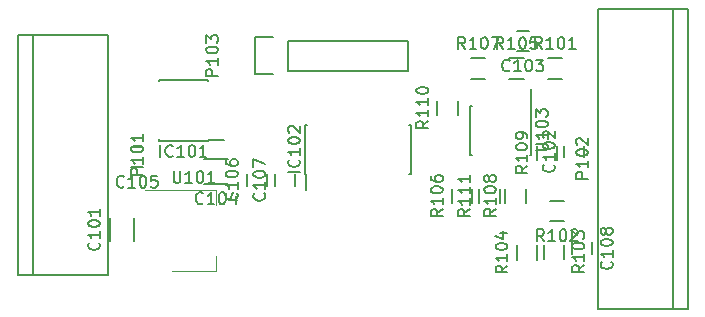
<source format=gbr>
G04 #@! TF.FileFunction,Legend,Top*
%FSLAX46Y46*%
G04 Gerber Fmt 4.6, Leading zero omitted, Abs format (unit mm)*
G04 Created by KiCad (PCBNEW 4.0.6) date Thursday, 09 June 2022 'PMt' 12:22:57*
%MOMM*%
%LPD*%
G01*
G04 APERTURE LIST*
%ADD10C,0.100000*%
%ADD11C,0.150000*%
%ADD12C,0.120000*%
G04 APERTURE END LIST*
D10*
D11*
X22520000Y20860000D02*
X20970000Y20860000D01*
X20970000Y20860000D02*
X20970000Y23960000D01*
X20970000Y23960000D02*
X22520000Y23960000D01*
X23790000Y23680000D02*
X33950000Y23680000D01*
X33950000Y23680000D02*
X33950000Y21140000D01*
X33950000Y21140000D02*
X23790000Y21140000D01*
X23790000Y23680000D02*
X23790000Y21140000D01*
X8695000Y8710000D02*
X8695000Y6710000D01*
X10745000Y6710000D02*
X10745000Y8710000D01*
X10520000Y12960000D02*
X11520000Y12960000D01*
X11520000Y14660000D02*
X10520000Y14660000D01*
X20330000Y12410000D02*
X20330000Y11410000D01*
X22030000Y11410000D02*
X22030000Y12410000D01*
X22670000Y12390000D02*
X22670000Y11390000D01*
X24370000Y11390000D02*
X24370000Y12390000D01*
X49570000Y5610000D02*
X49570000Y6610000D01*
X47870000Y6610000D02*
X47870000Y5610000D01*
X16995000Y15235000D02*
X16995000Y15285000D01*
X12845000Y15235000D02*
X12845000Y15380000D01*
X12845000Y20385000D02*
X12845000Y20240000D01*
X16995000Y20385000D02*
X16995000Y20240000D01*
X16995000Y15235000D02*
X12845000Y15235000D01*
X16995000Y20385000D02*
X12845000Y20385000D01*
X16995000Y15285000D02*
X18395000Y15285000D01*
X8530000Y24170000D02*
X910000Y24170000D01*
X910000Y3850000D02*
X8530000Y3850000D01*
X2180000Y3850000D02*
X2180000Y24170000D01*
X8530000Y24170000D02*
X8530000Y3850000D01*
X910000Y24170000D02*
X910000Y3850000D01*
X45990000Y10145000D02*
X47190000Y10145000D01*
X47190000Y8395000D02*
X45990000Y8395000D01*
X45445000Y5210000D02*
X45445000Y6410000D01*
X47195000Y6410000D02*
X47195000Y5210000D01*
X44895000Y6360000D02*
X44895000Y5160000D01*
X43145000Y5160000D02*
X43145000Y6360000D01*
X39405000Y11160000D02*
X39405000Y9960000D01*
X37655000Y9960000D02*
X37655000Y11160000D01*
X43935000Y11170000D02*
X43935000Y9970000D01*
X42185000Y9970000D02*
X42185000Y11170000D01*
X46595000Y14810000D02*
X46595000Y13610000D01*
X44845000Y13610000D02*
X44845000Y14810000D01*
X38195000Y18610000D02*
X38195000Y17410000D01*
X36445000Y17410000D02*
X36445000Y18610000D01*
D12*
X17730000Y4200000D02*
X17730000Y5460000D01*
X17730000Y11020000D02*
X17730000Y9760000D01*
X13970000Y4200000D02*
X17730000Y4200000D01*
X11720000Y11020000D02*
X17730000Y11020000D01*
D11*
X44395000Y18185000D02*
X44345000Y18185000D01*
X44395000Y14035000D02*
X44250000Y14035000D01*
X39245000Y14035000D02*
X39390000Y14035000D01*
X39245000Y18185000D02*
X39390000Y18185000D01*
X44395000Y18185000D02*
X44395000Y14035000D01*
X39245000Y18185000D02*
X39245000Y14035000D01*
X44345000Y18185000D02*
X44345000Y19585000D01*
X25270000Y12435000D02*
X25295000Y12435000D01*
X25270000Y16585000D02*
X25385000Y16585000D01*
X34170000Y16585000D02*
X34055000Y16585000D01*
X34170000Y12435000D02*
X34055000Y12435000D01*
X25270000Y12435000D02*
X25270000Y16585000D01*
X34170000Y12435000D02*
X34170000Y16585000D01*
X25295000Y12435000D02*
X25295000Y11060000D01*
X57630000Y1010000D02*
X57630000Y26410000D01*
X56360000Y1010000D02*
X56360000Y26410000D01*
X50010000Y1010000D02*
X50010000Y26410000D01*
X50010000Y26410000D02*
X57630000Y26410000D01*
X50010000Y1010000D02*
X57630000Y1010000D01*
X16720000Y11585000D02*
X18720000Y11585000D01*
X18720000Y13635000D02*
X16720000Y13635000D01*
X47170000Y14810000D02*
X47170000Y13810000D01*
X48870000Y13810000D02*
X48870000Y14810000D01*
X47020000Y20475000D02*
X45820000Y20475000D01*
X45820000Y22225000D02*
X47020000Y22225000D01*
X43750000Y20475000D02*
X42550000Y20475000D01*
X42550000Y22225000D02*
X43750000Y22225000D01*
X40510000Y20475000D02*
X39310000Y20475000D01*
X39310000Y22225000D02*
X40510000Y22225000D01*
X41725000Y11150000D02*
X41725000Y9950000D01*
X39975000Y9950000D02*
X39975000Y11150000D01*
X43180000Y22790000D02*
X44180000Y22790000D01*
X44180000Y24490000D02*
X43180000Y24490000D01*
X17872381Y20719524D02*
X16872381Y20719524D01*
X16872381Y21100477D01*
X16920000Y21195715D01*
X16967619Y21243334D01*
X17062857Y21290953D01*
X17205714Y21290953D01*
X17300952Y21243334D01*
X17348571Y21195715D01*
X17396190Y21100477D01*
X17396190Y20719524D01*
X17872381Y22243334D02*
X17872381Y21671905D01*
X17872381Y21957619D02*
X16872381Y21957619D01*
X17015238Y21862381D01*
X17110476Y21767143D01*
X17158095Y21671905D01*
X16872381Y22862381D02*
X16872381Y22957620D01*
X16920000Y23052858D01*
X16967619Y23100477D01*
X17062857Y23148096D01*
X17253333Y23195715D01*
X17491429Y23195715D01*
X17681905Y23148096D01*
X17777143Y23100477D01*
X17824762Y23052858D01*
X17872381Y22957620D01*
X17872381Y22862381D01*
X17824762Y22767143D01*
X17777143Y22719524D01*
X17681905Y22671905D01*
X17491429Y22624286D01*
X17253333Y22624286D01*
X17062857Y22671905D01*
X16967619Y22719524D01*
X16920000Y22767143D01*
X16872381Y22862381D01*
X16872381Y23529048D02*
X16872381Y24148096D01*
X17253333Y23814762D01*
X17253333Y23957620D01*
X17300952Y24052858D01*
X17348571Y24100477D01*
X17443810Y24148096D01*
X17681905Y24148096D01*
X17777143Y24100477D01*
X17824762Y24052858D01*
X17872381Y23957620D01*
X17872381Y23671905D01*
X17824762Y23576667D01*
X17777143Y23529048D01*
X7777143Y6590953D02*
X7824762Y6543334D01*
X7872381Y6400477D01*
X7872381Y6305239D01*
X7824762Y6162381D01*
X7729524Y6067143D01*
X7634286Y6019524D01*
X7443810Y5971905D01*
X7300952Y5971905D01*
X7110476Y6019524D01*
X7015238Y6067143D01*
X6920000Y6162381D01*
X6872381Y6305239D01*
X6872381Y6400477D01*
X6920000Y6543334D01*
X6967619Y6590953D01*
X7872381Y7543334D02*
X7872381Y6971905D01*
X7872381Y7257619D02*
X6872381Y7257619D01*
X7015238Y7162381D01*
X7110476Y7067143D01*
X7158095Y6971905D01*
X6872381Y8162381D02*
X6872381Y8257620D01*
X6920000Y8352858D01*
X6967619Y8400477D01*
X7062857Y8448096D01*
X7253333Y8495715D01*
X7491429Y8495715D01*
X7681905Y8448096D01*
X7777143Y8400477D01*
X7824762Y8352858D01*
X7872381Y8257620D01*
X7872381Y8162381D01*
X7824762Y8067143D01*
X7777143Y8019524D01*
X7681905Y7971905D01*
X7491429Y7924286D01*
X7253333Y7924286D01*
X7062857Y7971905D01*
X6967619Y8019524D01*
X6920000Y8067143D01*
X6872381Y8162381D01*
X7872381Y9448096D02*
X7872381Y8876667D01*
X7872381Y9162381D02*
X6872381Y9162381D01*
X7015238Y9067143D01*
X7110476Y8971905D01*
X7158095Y8876667D01*
X9900953Y11352857D02*
X9853334Y11305238D01*
X9710477Y11257619D01*
X9615239Y11257619D01*
X9472381Y11305238D01*
X9377143Y11400476D01*
X9329524Y11495714D01*
X9281905Y11686190D01*
X9281905Y11829048D01*
X9329524Y12019524D01*
X9377143Y12114762D01*
X9472381Y12210000D01*
X9615239Y12257619D01*
X9710477Y12257619D01*
X9853334Y12210000D01*
X9900953Y12162381D01*
X10853334Y11257619D02*
X10281905Y11257619D01*
X10567619Y11257619D02*
X10567619Y12257619D01*
X10472381Y12114762D01*
X10377143Y12019524D01*
X10281905Y11971905D01*
X11472381Y12257619D02*
X11567620Y12257619D01*
X11662858Y12210000D01*
X11710477Y12162381D01*
X11758096Y12067143D01*
X11805715Y11876667D01*
X11805715Y11638571D01*
X11758096Y11448095D01*
X11710477Y11352857D01*
X11662858Y11305238D01*
X11567620Y11257619D01*
X11472381Y11257619D01*
X11377143Y11305238D01*
X11329524Y11352857D01*
X11281905Y11448095D01*
X11234286Y11638571D01*
X11234286Y11876667D01*
X11281905Y12067143D01*
X11329524Y12162381D01*
X11377143Y12210000D01*
X11472381Y12257619D01*
X12710477Y12257619D02*
X12234286Y12257619D01*
X12186667Y11781429D01*
X12234286Y11829048D01*
X12329524Y11876667D01*
X12567620Y11876667D01*
X12662858Y11829048D01*
X12710477Y11781429D01*
X12758096Y11686190D01*
X12758096Y11448095D01*
X12710477Y11352857D01*
X12662858Y11305238D01*
X12567620Y11257619D01*
X12329524Y11257619D01*
X12234286Y11305238D01*
X12186667Y11352857D01*
X19437143Y10790953D02*
X19484762Y10743334D01*
X19532381Y10600477D01*
X19532381Y10505239D01*
X19484762Y10362381D01*
X19389524Y10267143D01*
X19294286Y10219524D01*
X19103810Y10171905D01*
X18960952Y10171905D01*
X18770476Y10219524D01*
X18675238Y10267143D01*
X18580000Y10362381D01*
X18532381Y10505239D01*
X18532381Y10600477D01*
X18580000Y10743334D01*
X18627619Y10790953D01*
X19532381Y11743334D02*
X19532381Y11171905D01*
X19532381Y11457619D02*
X18532381Y11457619D01*
X18675238Y11362381D01*
X18770476Y11267143D01*
X18818095Y11171905D01*
X18532381Y12362381D02*
X18532381Y12457620D01*
X18580000Y12552858D01*
X18627619Y12600477D01*
X18722857Y12648096D01*
X18913333Y12695715D01*
X19151429Y12695715D01*
X19341905Y12648096D01*
X19437143Y12600477D01*
X19484762Y12552858D01*
X19532381Y12457620D01*
X19532381Y12362381D01*
X19484762Y12267143D01*
X19437143Y12219524D01*
X19341905Y12171905D01*
X19151429Y12124286D01*
X18913333Y12124286D01*
X18722857Y12171905D01*
X18627619Y12219524D01*
X18580000Y12267143D01*
X18532381Y12362381D01*
X18532381Y13552858D02*
X18532381Y13362381D01*
X18580000Y13267143D01*
X18627619Y13219524D01*
X18770476Y13124286D01*
X18960952Y13076667D01*
X19341905Y13076667D01*
X19437143Y13124286D01*
X19484762Y13171905D01*
X19532381Y13267143D01*
X19532381Y13457620D01*
X19484762Y13552858D01*
X19437143Y13600477D01*
X19341905Y13648096D01*
X19103810Y13648096D01*
X19008571Y13600477D01*
X18960952Y13552858D01*
X18913333Y13457620D01*
X18913333Y13267143D01*
X18960952Y13171905D01*
X19008571Y13124286D01*
X19103810Y13076667D01*
X21777143Y10770953D02*
X21824762Y10723334D01*
X21872381Y10580477D01*
X21872381Y10485239D01*
X21824762Y10342381D01*
X21729524Y10247143D01*
X21634286Y10199524D01*
X21443810Y10151905D01*
X21300952Y10151905D01*
X21110476Y10199524D01*
X21015238Y10247143D01*
X20920000Y10342381D01*
X20872381Y10485239D01*
X20872381Y10580477D01*
X20920000Y10723334D01*
X20967619Y10770953D01*
X21872381Y11723334D02*
X21872381Y11151905D01*
X21872381Y11437619D02*
X20872381Y11437619D01*
X21015238Y11342381D01*
X21110476Y11247143D01*
X21158095Y11151905D01*
X20872381Y12342381D02*
X20872381Y12437620D01*
X20920000Y12532858D01*
X20967619Y12580477D01*
X21062857Y12628096D01*
X21253333Y12675715D01*
X21491429Y12675715D01*
X21681905Y12628096D01*
X21777143Y12580477D01*
X21824762Y12532858D01*
X21872381Y12437620D01*
X21872381Y12342381D01*
X21824762Y12247143D01*
X21777143Y12199524D01*
X21681905Y12151905D01*
X21491429Y12104286D01*
X21253333Y12104286D01*
X21062857Y12151905D01*
X20967619Y12199524D01*
X20920000Y12247143D01*
X20872381Y12342381D01*
X20872381Y13009048D02*
X20872381Y13675715D01*
X21872381Y13247143D01*
X51177143Y4990953D02*
X51224762Y4943334D01*
X51272381Y4800477D01*
X51272381Y4705239D01*
X51224762Y4562381D01*
X51129524Y4467143D01*
X51034286Y4419524D01*
X50843810Y4371905D01*
X50700952Y4371905D01*
X50510476Y4419524D01*
X50415238Y4467143D01*
X50320000Y4562381D01*
X50272381Y4705239D01*
X50272381Y4800477D01*
X50320000Y4943334D01*
X50367619Y4990953D01*
X51272381Y5943334D02*
X51272381Y5371905D01*
X51272381Y5657619D02*
X50272381Y5657619D01*
X50415238Y5562381D01*
X50510476Y5467143D01*
X50558095Y5371905D01*
X50272381Y6562381D02*
X50272381Y6657620D01*
X50320000Y6752858D01*
X50367619Y6800477D01*
X50462857Y6848096D01*
X50653333Y6895715D01*
X50891429Y6895715D01*
X51081905Y6848096D01*
X51177143Y6800477D01*
X51224762Y6752858D01*
X51272381Y6657620D01*
X51272381Y6562381D01*
X51224762Y6467143D01*
X51177143Y6419524D01*
X51081905Y6371905D01*
X50891429Y6324286D01*
X50653333Y6324286D01*
X50462857Y6371905D01*
X50367619Y6419524D01*
X50320000Y6467143D01*
X50272381Y6562381D01*
X50700952Y7467143D02*
X50653333Y7371905D01*
X50605714Y7324286D01*
X50510476Y7276667D01*
X50462857Y7276667D01*
X50367619Y7324286D01*
X50320000Y7371905D01*
X50272381Y7467143D01*
X50272381Y7657620D01*
X50320000Y7752858D01*
X50367619Y7800477D01*
X50462857Y7848096D01*
X50510476Y7848096D01*
X50605714Y7800477D01*
X50653333Y7752858D01*
X50700952Y7657620D01*
X50700952Y7467143D01*
X50748571Y7371905D01*
X50796190Y7324286D01*
X50891429Y7276667D01*
X51081905Y7276667D01*
X51177143Y7324286D01*
X51224762Y7371905D01*
X51272381Y7467143D01*
X51272381Y7657620D01*
X51224762Y7752858D01*
X51177143Y7800477D01*
X51081905Y7848096D01*
X50891429Y7848096D01*
X50796190Y7800477D01*
X50748571Y7752858D01*
X50700952Y7657620D01*
X12991429Y13857619D02*
X12991429Y14857619D01*
X14039048Y13952857D02*
X13991429Y13905238D01*
X13848572Y13857619D01*
X13753334Y13857619D01*
X13610476Y13905238D01*
X13515238Y14000476D01*
X13467619Y14095714D01*
X13420000Y14286190D01*
X13420000Y14429048D01*
X13467619Y14619524D01*
X13515238Y14714762D01*
X13610476Y14810000D01*
X13753334Y14857619D01*
X13848572Y14857619D01*
X13991429Y14810000D01*
X14039048Y14762381D01*
X14991429Y13857619D02*
X14420000Y13857619D01*
X14705714Y13857619D02*
X14705714Y14857619D01*
X14610476Y14714762D01*
X14515238Y14619524D01*
X14420000Y14571905D01*
X15610476Y14857619D02*
X15705715Y14857619D01*
X15800953Y14810000D01*
X15848572Y14762381D01*
X15896191Y14667143D01*
X15943810Y14476667D01*
X15943810Y14238571D01*
X15896191Y14048095D01*
X15848572Y13952857D01*
X15800953Y13905238D01*
X15705715Y13857619D01*
X15610476Y13857619D01*
X15515238Y13905238D01*
X15467619Y13952857D01*
X15420000Y14048095D01*
X15372381Y14238571D01*
X15372381Y14476667D01*
X15420000Y14667143D01*
X15467619Y14762381D01*
X15515238Y14810000D01*
X15610476Y14857619D01*
X16896191Y13857619D02*
X16324762Y13857619D01*
X16610476Y13857619D02*
X16610476Y14857619D01*
X16515238Y14714762D01*
X16420000Y14619524D01*
X16324762Y14571905D01*
X11522381Y12319524D02*
X10522381Y12319524D01*
X10522381Y12700477D01*
X10570000Y12795715D01*
X10617619Y12843334D01*
X10712857Y12890953D01*
X10855714Y12890953D01*
X10950952Y12843334D01*
X10998571Y12795715D01*
X11046190Y12700477D01*
X11046190Y12319524D01*
X11522381Y13843334D02*
X11522381Y13271905D01*
X11522381Y13557619D02*
X10522381Y13557619D01*
X10665238Y13462381D01*
X10760476Y13367143D01*
X10808095Y13271905D01*
X10522381Y14462381D02*
X10522381Y14557620D01*
X10570000Y14652858D01*
X10617619Y14700477D01*
X10712857Y14748096D01*
X10903333Y14795715D01*
X11141429Y14795715D01*
X11331905Y14748096D01*
X11427143Y14700477D01*
X11474762Y14652858D01*
X11522381Y14557620D01*
X11522381Y14462381D01*
X11474762Y14367143D01*
X11427143Y14319524D01*
X11331905Y14271905D01*
X11141429Y14224286D01*
X10903333Y14224286D01*
X10712857Y14271905D01*
X10617619Y14319524D01*
X10570000Y14367143D01*
X10522381Y14462381D01*
X11522381Y15748096D02*
X11522381Y15176667D01*
X11522381Y15462381D02*
X10522381Y15462381D01*
X10665238Y15367143D01*
X10760476Y15271905D01*
X10808095Y15176667D01*
X45470953Y6717619D02*
X45137619Y7193810D01*
X44899524Y6717619D02*
X44899524Y7717619D01*
X45280477Y7717619D01*
X45375715Y7670000D01*
X45423334Y7622381D01*
X45470953Y7527143D01*
X45470953Y7384286D01*
X45423334Y7289048D01*
X45375715Y7241429D01*
X45280477Y7193810D01*
X44899524Y7193810D01*
X46423334Y6717619D02*
X45851905Y6717619D01*
X46137619Y6717619D02*
X46137619Y7717619D01*
X46042381Y7574762D01*
X45947143Y7479524D01*
X45851905Y7431905D01*
X47042381Y7717619D02*
X47137620Y7717619D01*
X47232858Y7670000D01*
X47280477Y7622381D01*
X47328096Y7527143D01*
X47375715Y7336667D01*
X47375715Y7098571D01*
X47328096Y6908095D01*
X47280477Y6812857D01*
X47232858Y6765238D01*
X47137620Y6717619D01*
X47042381Y6717619D01*
X46947143Y6765238D01*
X46899524Y6812857D01*
X46851905Y6908095D01*
X46804286Y7098571D01*
X46804286Y7336667D01*
X46851905Y7527143D01*
X46899524Y7622381D01*
X46947143Y7670000D01*
X47042381Y7717619D01*
X47756667Y7622381D02*
X47804286Y7670000D01*
X47899524Y7717619D01*
X48137620Y7717619D01*
X48232858Y7670000D01*
X48280477Y7622381D01*
X48328096Y7527143D01*
X48328096Y7431905D01*
X48280477Y7289048D01*
X47709048Y6717619D01*
X48328096Y6717619D01*
X48872381Y4690953D02*
X48396190Y4357619D01*
X48872381Y4119524D02*
X47872381Y4119524D01*
X47872381Y4500477D01*
X47920000Y4595715D01*
X47967619Y4643334D01*
X48062857Y4690953D01*
X48205714Y4690953D01*
X48300952Y4643334D01*
X48348571Y4595715D01*
X48396190Y4500477D01*
X48396190Y4119524D01*
X48872381Y5643334D02*
X48872381Y5071905D01*
X48872381Y5357619D02*
X47872381Y5357619D01*
X48015238Y5262381D01*
X48110476Y5167143D01*
X48158095Y5071905D01*
X47872381Y6262381D02*
X47872381Y6357620D01*
X47920000Y6452858D01*
X47967619Y6500477D01*
X48062857Y6548096D01*
X48253333Y6595715D01*
X48491429Y6595715D01*
X48681905Y6548096D01*
X48777143Y6500477D01*
X48824762Y6452858D01*
X48872381Y6357620D01*
X48872381Y6262381D01*
X48824762Y6167143D01*
X48777143Y6119524D01*
X48681905Y6071905D01*
X48491429Y6024286D01*
X48253333Y6024286D01*
X48062857Y6071905D01*
X47967619Y6119524D01*
X47920000Y6167143D01*
X47872381Y6262381D01*
X47872381Y6929048D02*
X47872381Y7548096D01*
X48253333Y7214762D01*
X48253333Y7357620D01*
X48300952Y7452858D01*
X48348571Y7500477D01*
X48443810Y7548096D01*
X48681905Y7548096D01*
X48777143Y7500477D01*
X48824762Y7452858D01*
X48872381Y7357620D01*
X48872381Y7071905D01*
X48824762Y6976667D01*
X48777143Y6929048D01*
X42372381Y4640953D02*
X41896190Y4307619D01*
X42372381Y4069524D02*
X41372381Y4069524D01*
X41372381Y4450477D01*
X41420000Y4545715D01*
X41467619Y4593334D01*
X41562857Y4640953D01*
X41705714Y4640953D01*
X41800952Y4593334D01*
X41848571Y4545715D01*
X41896190Y4450477D01*
X41896190Y4069524D01*
X42372381Y5593334D02*
X42372381Y5021905D01*
X42372381Y5307619D02*
X41372381Y5307619D01*
X41515238Y5212381D01*
X41610476Y5117143D01*
X41658095Y5021905D01*
X41372381Y6212381D02*
X41372381Y6307620D01*
X41420000Y6402858D01*
X41467619Y6450477D01*
X41562857Y6498096D01*
X41753333Y6545715D01*
X41991429Y6545715D01*
X42181905Y6498096D01*
X42277143Y6450477D01*
X42324762Y6402858D01*
X42372381Y6307620D01*
X42372381Y6212381D01*
X42324762Y6117143D01*
X42277143Y6069524D01*
X42181905Y6021905D01*
X41991429Y5974286D01*
X41753333Y5974286D01*
X41562857Y6021905D01*
X41467619Y6069524D01*
X41420000Y6117143D01*
X41372381Y6212381D01*
X41705714Y7402858D02*
X42372381Y7402858D01*
X41324762Y7164762D02*
X42039048Y6926667D01*
X42039048Y7545715D01*
X36882381Y9440953D02*
X36406190Y9107619D01*
X36882381Y8869524D02*
X35882381Y8869524D01*
X35882381Y9250477D01*
X35930000Y9345715D01*
X35977619Y9393334D01*
X36072857Y9440953D01*
X36215714Y9440953D01*
X36310952Y9393334D01*
X36358571Y9345715D01*
X36406190Y9250477D01*
X36406190Y8869524D01*
X36882381Y10393334D02*
X36882381Y9821905D01*
X36882381Y10107619D02*
X35882381Y10107619D01*
X36025238Y10012381D01*
X36120476Y9917143D01*
X36168095Y9821905D01*
X35882381Y11012381D02*
X35882381Y11107620D01*
X35930000Y11202858D01*
X35977619Y11250477D01*
X36072857Y11298096D01*
X36263333Y11345715D01*
X36501429Y11345715D01*
X36691905Y11298096D01*
X36787143Y11250477D01*
X36834762Y11202858D01*
X36882381Y11107620D01*
X36882381Y11012381D01*
X36834762Y10917143D01*
X36787143Y10869524D01*
X36691905Y10821905D01*
X36501429Y10774286D01*
X36263333Y10774286D01*
X36072857Y10821905D01*
X35977619Y10869524D01*
X35930000Y10917143D01*
X35882381Y11012381D01*
X35882381Y12202858D02*
X35882381Y12012381D01*
X35930000Y11917143D01*
X35977619Y11869524D01*
X36120476Y11774286D01*
X36310952Y11726667D01*
X36691905Y11726667D01*
X36787143Y11774286D01*
X36834762Y11821905D01*
X36882381Y11917143D01*
X36882381Y12107620D01*
X36834762Y12202858D01*
X36787143Y12250477D01*
X36691905Y12298096D01*
X36453810Y12298096D01*
X36358571Y12250477D01*
X36310952Y12202858D01*
X36263333Y12107620D01*
X36263333Y11917143D01*
X36310952Y11821905D01*
X36358571Y11774286D01*
X36453810Y11726667D01*
X41412381Y9450953D02*
X40936190Y9117619D01*
X41412381Y8879524D02*
X40412381Y8879524D01*
X40412381Y9260477D01*
X40460000Y9355715D01*
X40507619Y9403334D01*
X40602857Y9450953D01*
X40745714Y9450953D01*
X40840952Y9403334D01*
X40888571Y9355715D01*
X40936190Y9260477D01*
X40936190Y8879524D01*
X41412381Y10403334D02*
X41412381Y9831905D01*
X41412381Y10117619D02*
X40412381Y10117619D01*
X40555238Y10022381D01*
X40650476Y9927143D01*
X40698095Y9831905D01*
X40412381Y11022381D02*
X40412381Y11117620D01*
X40460000Y11212858D01*
X40507619Y11260477D01*
X40602857Y11308096D01*
X40793333Y11355715D01*
X41031429Y11355715D01*
X41221905Y11308096D01*
X41317143Y11260477D01*
X41364762Y11212858D01*
X41412381Y11117620D01*
X41412381Y11022381D01*
X41364762Y10927143D01*
X41317143Y10879524D01*
X41221905Y10831905D01*
X41031429Y10784286D01*
X40793333Y10784286D01*
X40602857Y10831905D01*
X40507619Y10879524D01*
X40460000Y10927143D01*
X40412381Y11022381D01*
X40840952Y11927143D02*
X40793333Y11831905D01*
X40745714Y11784286D01*
X40650476Y11736667D01*
X40602857Y11736667D01*
X40507619Y11784286D01*
X40460000Y11831905D01*
X40412381Y11927143D01*
X40412381Y12117620D01*
X40460000Y12212858D01*
X40507619Y12260477D01*
X40602857Y12308096D01*
X40650476Y12308096D01*
X40745714Y12260477D01*
X40793333Y12212858D01*
X40840952Y12117620D01*
X40840952Y11927143D01*
X40888571Y11831905D01*
X40936190Y11784286D01*
X41031429Y11736667D01*
X41221905Y11736667D01*
X41317143Y11784286D01*
X41364762Y11831905D01*
X41412381Y11927143D01*
X41412381Y12117620D01*
X41364762Y12212858D01*
X41317143Y12260477D01*
X41221905Y12308096D01*
X41031429Y12308096D01*
X40936190Y12260477D01*
X40888571Y12212858D01*
X40840952Y12117620D01*
X44072381Y13090953D02*
X43596190Y12757619D01*
X44072381Y12519524D02*
X43072381Y12519524D01*
X43072381Y12900477D01*
X43120000Y12995715D01*
X43167619Y13043334D01*
X43262857Y13090953D01*
X43405714Y13090953D01*
X43500952Y13043334D01*
X43548571Y12995715D01*
X43596190Y12900477D01*
X43596190Y12519524D01*
X44072381Y14043334D02*
X44072381Y13471905D01*
X44072381Y13757619D02*
X43072381Y13757619D01*
X43215238Y13662381D01*
X43310476Y13567143D01*
X43358095Y13471905D01*
X43072381Y14662381D02*
X43072381Y14757620D01*
X43120000Y14852858D01*
X43167619Y14900477D01*
X43262857Y14948096D01*
X43453333Y14995715D01*
X43691429Y14995715D01*
X43881905Y14948096D01*
X43977143Y14900477D01*
X44024762Y14852858D01*
X44072381Y14757620D01*
X44072381Y14662381D01*
X44024762Y14567143D01*
X43977143Y14519524D01*
X43881905Y14471905D01*
X43691429Y14424286D01*
X43453333Y14424286D01*
X43262857Y14471905D01*
X43167619Y14519524D01*
X43120000Y14567143D01*
X43072381Y14662381D01*
X44072381Y15471905D02*
X44072381Y15662381D01*
X44024762Y15757620D01*
X43977143Y15805239D01*
X43834286Y15900477D01*
X43643810Y15948096D01*
X43262857Y15948096D01*
X43167619Y15900477D01*
X43120000Y15852858D01*
X43072381Y15757620D01*
X43072381Y15567143D01*
X43120000Y15471905D01*
X43167619Y15424286D01*
X43262857Y15376667D01*
X43500952Y15376667D01*
X43596190Y15424286D01*
X43643810Y15471905D01*
X43691429Y15567143D01*
X43691429Y15757620D01*
X43643810Y15852858D01*
X43596190Y15900477D01*
X43500952Y15948096D01*
X35672381Y16890953D02*
X35196190Y16557619D01*
X35672381Y16319524D02*
X34672381Y16319524D01*
X34672381Y16700477D01*
X34720000Y16795715D01*
X34767619Y16843334D01*
X34862857Y16890953D01*
X35005714Y16890953D01*
X35100952Y16843334D01*
X35148571Y16795715D01*
X35196190Y16700477D01*
X35196190Y16319524D01*
X35672381Y17843334D02*
X35672381Y17271905D01*
X35672381Y17557619D02*
X34672381Y17557619D01*
X34815238Y17462381D01*
X34910476Y17367143D01*
X34958095Y17271905D01*
X35672381Y18795715D02*
X35672381Y18224286D01*
X35672381Y18510000D02*
X34672381Y18510000D01*
X34815238Y18414762D01*
X34910476Y18319524D01*
X34958095Y18224286D01*
X34672381Y19414762D02*
X34672381Y19510001D01*
X34720000Y19605239D01*
X34767619Y19652858D01*
X34862857Y19700477D01*
X35053333Y19748096D01*
X35291429Y19748096D01*
X35481905Y19700477D01*
X35577143Y19652858D01*
X35624762Y19605239D01*
X35672381Y19510001D01*
X35672381Y19414762D01*
X35624762Y19319524D01*
X35577143Y19271905D01*
X35481905Y19224286D01*
X35291429Y19176667D01*
X35053333Y19176667D01*
X34862857Y19224286D01*
X34767619Y19271905D01*
X34720000Y19319524D01*
X34672381Y19414762D01*
X14105714Y12657619D02*
X14105714Y11848095D01*
X14153333Y11752857D01*
X14200952Y11705238D01*
X14296190Y11657619D01*
X14486667Y11657619D01*
X14581905Y11705238D01*
X14629524Y11752857D01*
X14677143Y11848095D01*
X14677143Y12657619D01*
X15677143Y11657619D02*
X15105714Y11657619D01*
X15391428Y11657619D02*
X15391428Y12657619D01*
X15296190Y12514762D01*
X15200952Y12419524D01*
X15105714Y12371905D01*
X16296190Y12657619D02*
X16391429Y12657619D01*
X16486667Y12610000D01*
X16534286Y12562381D01*
X16581905Y12467143D01*
X16629524Y12276667D01*
X16629524Y12038571D01*
X16581905Y11848095D01*
X16534286Y11752857D01*
X16486667Y11705238D01*
X16391429Y11657619D01*
X16296190Y11657619D01*
X16200952Y11705238D01*
X16153333Y11752857D01*
X16105714Y11848095D01*
X16058095Y12038571D01*
X16058095Y12276667D01*
X16105714Y12467143D01*
X16153333Y12562381D01*
X16200952Y12610000D01*
X16296190Y12657619D01*
X17581905Y11657619D02*
X17010476Y11657619D01*
X17296190Y11657619D02*
X17296190Y12657619D01*
X17200952Y12514762D01*
X17105714Y12419524D01*
X17010476Y12371905D01*
X44772381Y14395714D02*
X45581905Y14395714D01*
X45677143Y14443333D01*
X45724762Y14490952D01*
X45772381Y14586190D01*
X45772381Y14776667D01*
X45724762Y14871905D01*
X45677143Y14919524D01*
X45581905Y14967143D01*
X44772381Y14967143D01*
X45772381Y15967143D02*
X45772381Y15395714D01*
X45772381Y15681428D02*
X44772381Y15681428D01*
X44915238Y15586190D01*
X45010476Y15490952D01*
X45058095Y15395714D01*
X44772381Y16586190D02*
X44772381Y16681429D01*
X44820000Y16776667D01*
X44867619Y16824286D01*
X44962857Y16871905D01*
X45153333Y16919524D01*
X45391429Y16919524D01*
X45581905Y16871905D01*
X45677143Y16824286D01*
X45724762Y16776667D01*
X45772381Y16681429D01*
X45772381Y16586190D01*
X45724762Y16490952D01*
X45677143Y16443333D01*
X45581905Y16395714D01*
X45391429Y16348095D01*
X45153333Y16348095D01*
X44962857Y16395714D01*
X44867619Y16443333D01*
X44820000Y16490952D01*
X44772381Y16586190D01*
X44772381Y17252857D02*
X44772381Y17871905D01*
X45153333Y17538571D01*
X45153333Y17681429D01*
X45200952Y17776667D01*
X45248571Y17824286D01*
X45343810Y17871905D01*
X45581905Y17871905D01*
X45677143Y17824286D01*
X45724762Y17776667D01*
X45772381Y17681429D01*
X45772381Y17395714D01*
X45724762Y17300476D01*
X45677143Y17252857D01*
X24797381Y12581429D02*
X23797381Y12581429D01*
X24702143Y13629048D02*
X24749762Y13581429D01*
X24797381Y13438572D01*
X24797381Y13343334D01*
X24749762Y13200476D01*
X24654524Y13105238D01*
X24559286Y13057619D01*
X24368810Y13010000D01*
X24225952Y13010000D01*
X24035476Y13057619D01*
X23940238Y13105238D01*
X23845000Y13200476D01*
X23797381Y13343334D01*
X23797381Y13438572D01*
X23845000Y13581429D01*
X23892619Y13629048D01*
X24797381Y14581429D02*
X24797381Y14010000D01*
X24797381Y14295714D02*
X23797381Y14295714D01*
X23940238Y14200476D01*
X24035476Y14105238D01*
X24083095Y14010000D01*
X23797381Y15200476D02*
X23797381Y15295715D01*
X23845000Y15390953D01*
X23892619Y15438572D01*
X23987857Y15486191D01*
X24178333Y15533810D01*
X24416429Y15533810D01*
X24606905Y15486191D01*
X24702143Y15438572D01*
X24749762Y15390953D01*
X24797381Y15295715D01*
X24797381Y15200476D01*
X24749762Y15105238D01*
X24702143Y15057619D01*
X24606905Y15010000D01*
X24416429Y14962381D01*
X24178333Y14962381D01*
X23987857Y15010000D01*
X23892619Y15057619D01*
X23845000Y15105238D01*
X23797381Y15200476D01*
X23892619Y15914762D02*
X23845000Y15962381D01*
X23797381Y16057619D01*
X23797381Y16295715D01*
X23845000Y16390953D01*
X23892619Y16438572D01*
X23987857Y16486191D01*
X24083095Y16486191D01*
X24225952Y16438572D01*
X24797381Y15867143D01*
X24797381Y16486191D01*
X49192381Y12019524D02*
X48192381Y12019524D01*
X48192381Y12400477D01*
X48240000Y12495715D01*
X48287619Y12543334D01*
X48382857Y12590953D01*
X48525714Y12590953D01*
X48620952Y12543334D01*
X48668571Y12495715D01*
X48716190Y12400477D01*
X48716190Y12019524D01*
X49192381Y13543334D02*
X49192381Y12971905D01*
X49192381Y13257619D02*
X48192381Y13257619D01*
X48335238Y13162381D01*
X48430476Y13067143D01*
X48478095Y12971905D01*
X48192381Y14162381D02*
X48192381Y14257620D01*
X48240000Y14352858D01*
X48287619Y14400477D01*
X48382857Y14448096D01*
X48573333Y14495715D01*
X48811429Y14495715D01*
X49001905Y14448096D01*
X49097143Y14400477D01*
X49144762Y14352858D01*
X49192381Y14257620D01*
X49192381Y14162381D01*
X49144762Y14067143D01*
X49097143Y14019524D01*
X49001905Y13971905D01*
X48811429Y13924286D01*
X48573333Y13924286D01*
X48382857Y13971905D01*
X48287619Y14019524D01*
X48240000Y14067143D01*
X48192381Y14162381D01*
X48287619Y14876667D02*
X48240000Y14924286D01*
X48192381Y15019524D01*
X48192381Y15257620D01*
X48240000Y15352858D01*
X48287619Y15400477D01*
X48382857Y15448096D01*
X48478095Y15448096D01*
X48620952Y15400477D01*
X49192381Y14829048D01*
X49192381Y15448096D01*
X16600953Y9952857D02*
X16553334Y9905238D01*
X16410477Y9857619D01*
X16315239Y9857619D01*
X16172381Y9905238D01*
X16077143Y10000476D01*
X16029524Y10095714D01*
X15981905Y10286190D01*
X15981905Y10429048D01*
X16029524Y10619524D01*
X16077143Y10714762D01*
X16172381Y10810000D01*
X16315239Y10857619D01*
X16410477Y10857619D01*
X16553334Y10810000D01*
X16600953Y10762381D01*
X17553334Y9857619D02*
X16981905Y9857619D01*
X17267619Y9857619D02*
X17267619Y10857619D01*
X17172381Y10714762D01*
X17077143Y10619524D01*
X16981905Y10571905D01*
X18172381Y10857619D02*
X18267620Y10857619D01*
X18362858Y10810000D01*
X18410477Y10762381D01*
X18458096Y10667143D01*
X18505715Y10476667D01*
X18505715Y10238571D01*
X18458096Y10048095D01*
X18410477Y9952857D01*
X18362858Y9905238D01*
X18267620Y9857619D01*
X18172381Y9857619D01*
X18077143Y9905238D01*
X18029524Y9952857D01*
X17981905Y10048095D01*
X17934286Y10238571D01*
X17934286Y10476667D01*
X17981905Y10667143D01*
X18029524Y10762381D01*
X18077143Y10810000D01*
X18172381Y10857619D01*
X19362858Y10524286D02*
X19362858Y9857619D01*
X19124762Y10905238D02*
X18886667Y10190952D01*
X19505715Y10190952D01*
X46277143Y13190953D02*
X46324762Y13143334D01*
X46372381Y13000477D01*
X46372381Y12905239D01*
X46324762Y12762381D01*
X46229524Y12667143D01*
X46134286Y12619524D01*
X45943810Y12571905D01*
X45800952Y12571905D01*
X45610476Y12619524D01*
X45515238Y12667143D01*
X45420000Y12762381D01*
X45372381Y12905239D01*
X45372381Y13000477D01*
X45420000Y13143334D01*
X45467619Y13190953D01*
X46372381Y14143334D02*
X46372381Y13571905D01*
X46372381Y13857619D02*
X45372381Y13857619D01*
X45515238Y13762381D01*
X45610476Y13667143D01*
X45658095Y13571905D01*
X45372381Y14762381D02*
X45372381Y14857620D01*
X45420000Y14952858D01*
X45467619Y15000477D01*
X45562857Y15048096D01*
X45753333Y15095715D01*
X45991429Y15095715D01*
X46181905Y15048096D01*
X46277143Y15000477D01*
X46324762Y14952858D01*
X46372381Y14857620D01*
X46372381Y14762381D01*
X46324762Y14667143D01*
X46277143Y14619524D01*
X46181905Y14571905D01*
X45991429Y14524286D01*
X45753333Y14524286D01*
X45562857Y14571905D01*
X45467619Y14619524D01*
X45420000Y14667143D01*
X45372381Y14762381D01*
X45467619Y15476667D02*
X45420000Y15524286D01*
X45372381Y15619524D01*
X45372381Y15857620D01*
X45420000Y15952858D01*
X45467619Y16000477D01*
X45562857Y16048096D01*
X45658095Y16048096D01*
X45800952Y16000477D01*
X46372381Y15429048D01*
X46372381Y16048096D01*
X45300953Y22997619D02*
X44967619Y23473810D01*
X44729524Y22997619D02*
X44729524Y23997619D01*
X45110477Y23997619D01*
X45205715Y23950000D01*
X45253334Y23902381D01*
X45300953Y23807143D01*
X45300953Y23664286D01*
X45253334Y23569048D01*
X45205715Y23521429D01*
X45110477Y23473810D01*
X44729524Y23473810D01*
X46253334Y22997619D02*
X45681905Y22997619D01*
X45967619Y22997619D02*
X45967619Y23997619D01*
X45872381Y23854762D01*
X45777143Y23759524D01*
X45681905Y23711905D01*
X46872381Y23997619D02*
X46967620Y23997619D01*
X47062858Y23950000D01*
X47110477Y23902381D01*
X47158096Y23807143D01*
X47205715Y23616667D01*
X47205715Y23378571D01*
X47158096Y23188095D01*
X47110477Y23092857D01*
X47062858Y23045238D01*
X46967620Y22997619D01*
X46872381Y22997619D01*
X46777143Y23045238D01*
X46729524Y23092857D01*
X46681905Y23188095D01*
X46634286Y23378571D01*
X46634286Y23616667D01*
X46681905Y23807143D01*
X46729524Y23902381D01*
X46777143Y23950000D01*
X46872381Y23997619D01*
X48158096Y22997619D02*
X47586667Y22997619D01*
X47872381Y22997619D02*
X47872381Y23997619D01*
X47777143Y23854762D01*
X47681905Y23759524D01*
X47586667Y23711905D01*
X42030953Y22997619D02*
X41697619Y23473810D01*
X41459524Y22997619D02*
X41459524Y23997619D01*
X41840477Y23997619D01*
X41935715Y23950000D01*
X41983334Y23902381D01*
X42030953Y23807143D01*
X42030953Y23664286D01*
X41983334Y23569048D01*
X41935715Y23521429D01*
X41840477Y23473810D01*
X41459524Y23473810D01*
X42983334Y22997619D02*
X42411905Y22997619D01*
X42697619Y22997619D02*
X42697619Y23997619D01*
X42602381Y23854762D01*
X42507143Y23759524D01*
X42411905Y23711905D01*
X43602381Y23997619D02*
X43697620Y23997619D01*
X43792858Y23950000D01*
X43840477Y23902381D01*
X43888096Y23807143D01*
X43935715Y23616667D01*
X43935715Y23378571D01*
X43888096Y23188095D01*
X43840477Y23092857D01*
X43792858Y23045238D01*
X43697620Y22997619D01*
X43602381Y22997619D01*
X43507143Y23045238D01*
X43459524Y23092857D01*
X43411905Y23188095D01*
X43364286Y23378571D01*
X43364286Y23616667D01*
X43411905Y23807143D01*
X43459524Y23902381D01*
X43507143Y23950000D01*
X43602381Y23997619D01*
X44840477Y23997619D02*
X44364286Y23997619D01*
X44316667Y23521429D01*
X44364286Y23569048D01*
X44459524Y23616667D01*
X44697620Y23616667D01*
X44792858Y23569048D01*
X44840477Y23521429D01*
X44888096Y23426190D01*
X44888096Y23188095D01*
X44840477Y23092857D01*
X44792858Y23045238D01*
X44697620Y22997619D01*
X44459524Y22997619D01*
X44364286Y23045238D01*
X44316667Y23092857D01*
X38790953Y22997619D02*
X38457619Y23473810D01*
X38219524Y22997619D02*
X38219524Y23997619D01*
X38600477Y23997619D01*
X38695715Y23950000D01*
X38743334Y23902381D01*
X38790953Y23807143D01*
X38790953Y23664286D01*
X38743334Y23569048D01*
X38695715Y23521429D01*
X38600477Y23473810D01*
X38219524Y23473810D01*
X39743334Y22997619D02*
X39171905Y22997619D01*
X39457619Y22997619D02*
X39457619Y23997619D01*
X39362381Y23854762D01*
X39267143Y23759524D01*
X39171905Y23711905D01*
X40362381Y23997619D02*
X40457620Y23997619D01*
X40552858Y23950000D01*
X40600477Y23902381D01*
X40648096Y23807143D01*
X40695715Y23616667D01*
X40695715Y23378571D01*
X40648096Y23188095D01*
X40600477Y23092857D01*
X40552858Y23045238D01*
X40457620Y22997619D01*
X40362381Y22997619D01*
X40267143Y23045238D01*
X40219524Y23092857D01*
X40171905Y23188095D01*
X40124286Y23378571D01*
X40124286Y23616667D01*
X40171905Y23807143D01*
X40219524Y23902381D01*
X40267143Y23950000D01*
X40362381Y23997619D01*
X41029048Y23997619D02*
X41695715Y23997619D01*
X41267143Y22997619D01*
X39202381Y9430953D02*
X38726190Y9097619D01*
X39202381Y8859524D02*
X38202381Y8859524D01*
X38202381Y9240477D01*
X38250000Y9335715D01*
X38297619Y9383334D01*
X38392857Y9430953D01*
X38535714Y9430953D01*
X38630952Y9383334D01*
X38678571Y9335715D01*
X38726190Y9240477D01*
X38726190Y8859524D01*
X39202381Y10383334D02*
X39202381Y9811905D01*
X39202381Y10097619D02*
X38202381Y10097619D01*
X38345238Y10002381D01*
X38440476Y9907143D01*
X38488095Y9811905D01*
X39202381Y11335715D02*
X39202381Y10764286D01*
X39202381Y11050000D02*
X38202381Y11050000D01*
X38345238Y10954762D01*
X38440476Y10859524D01*
X38488095Y10764286D01*
X39202381Y12288096D02*
X39202381Y11716667D01*
X39202381Y12002381D02*
X38202381Y12002381D01*
X38345238Y11907143D01*
X38440476Y11811905D01*
X38488095Y11716667D01*
X42560953Y21182857D02*
X42513334Y21135238D01*
X42370477Y21087619D01*
X42275239Y21087619D01*
X42132381Y21135238D01*
X42037143Y21230476D01*
X41989524Y21325714D01*
X41941905Y21516190D01*
X41941905Y21659048D01*
X41989524Y21849524D01*
X42037143Y21944762D01*
X42132381Y22040000D01*
X42275239Y22087619D01*
X42370477Y22087619D01*
X42513334Y22040000D01*
X42560953Y21992381D01*
X43513334Y21087619D02*
X42941905Y21087619D01*
X43227619Y21087619D02*
X43227619Y22087619D01*
X43132381Y21944762D01*
X43037143Y21849524D01*
X42941905Y21801905D01*
X44132381Y22087619D02*
X44227620Y22087619D01*
X44322858Y22040000D01*
X44370477Y21992381D01*
X44418096Y21897143D01*
X44465715Y21706667D01*
X44465715Y21468571D01*
X44418096Y21278095D01*
X44370477Y21182857D01*
X44322858Y21135238D01*
X44227620Y21087619D01*
X44132381Y21087619D01*
X44037143Y21135238D01*
X43989524Y21182857D01*
X43941905Y21278095D01*
X43894286Y21468571D01*
X43894286Y21706667D01*
X43941905Y21897143D01*
X43989524Y21992381D01*
X44037143Y22040000D01*
X44132381Y22087619D01*
X44799048Y22087619D02*
X45418096Y22087619D01*
X45084762Y21706667D01*
X45227620Y21706667D01*
X45322858Y21659048D01*
X45370477Y21611429D01*
X45418096Y21516190D01*
X45418096Y21278095D01*
X45370477Y21182857D01*
X45322858Y21135238D01*
X45227620Y21087619D01*
X44941905Y21087619D01*
X44846667Y21135238D01*
X44799048Y21182857D01*
M02*

</source>
